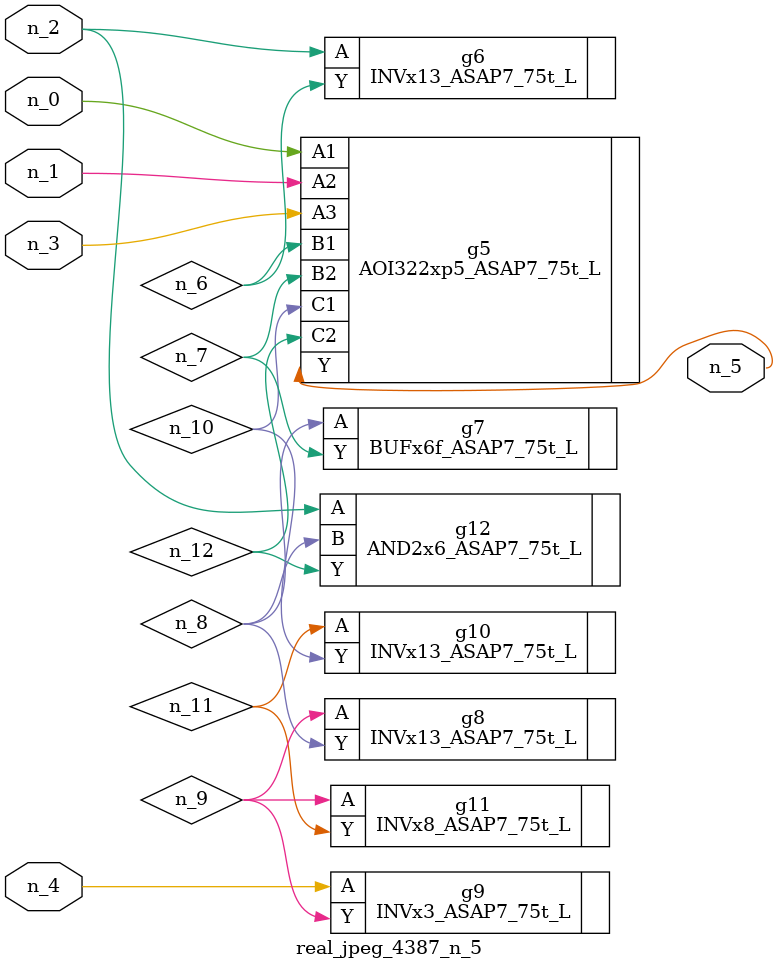
<source format=v>
module real_jpeg_4387_n_5 (n_4, n_0, n_1, n_2, n_3, n_5);

input n_4;
input n_0;
input n_1;
input n_2;
input n_3;

output n_5;

wire n_12;
wire n_8;
wire n_11;
wire n_6;
wire n_7;
wire n_10;
wire n_9;

AOI322xp5_ASAP7_75t_L g5 ( 
.A1(n_0),
.A2(n_1),
.A3(n_3),
.B1(n_6),
.B2(n_7),
.C1(n_10),
.C2(n_12),
.Y(n_5)
);

INVx13_ASAP7_75t_L g6 ( 
.A(n_2),
.Y(n_6)
);

AND2x6_ASAP7_75t_L g12 ( 
.A(n_2),
.B(n_8),
.Y(n_12)
);

INVx3_ASAP7_75t_L g9 ( 
.A(n_4),
.Y(n_9)
);

BUFx6f_ASAP7_75t_L g7 ( 
.A(n_8),
.Y(n_7)
);

INVx13_ASAP7_75t_L g8 ( 
.A(n_9),
.Y(n_8)
);

INVx8_ASAP7_75t_L g11 ( 
.A(n_9),
.Y(n_11)
);

INVx13_ASAP7_75t_L g10 ( 
.A(n_11),
.Y(n_10)
);


endmodule
</source>
